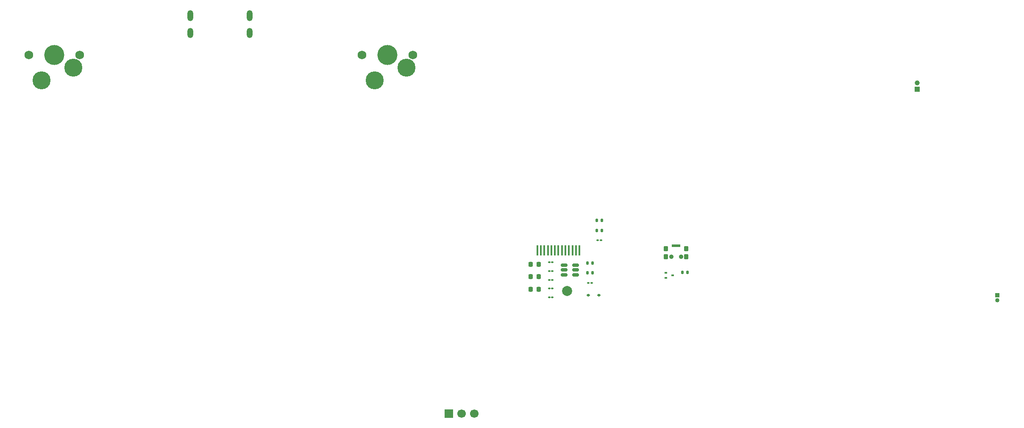
<source format=gbr>
%TF.GenerationSoftware,KiCad,Pcbnew,9.0.3*%
%TF.CreationDate,2025-07-16T09:35:22-04:00*%
%TF.ProjectId,board,626f6172-642e-46b6-9963-61645f706362,rev?*%
%TF.SameCoordinates,Original*%
%TF.FileFunction,Soldermask,Top*%
%TF.FilePolarity,Negative*%
%FSLAX46Y46*%
G04 Gerber Fmt 4.6, Leading zero omitted, Abs format (unit mm)*
G04 Created by KiCad (PCBNEW 9.0.3) date 2025-07-16 09:35:22*
%MOMM*%
%LPD*%
G01*
G04 APERTURE LIST*
G04 Aperture macros list*
%AMRoundRect*
0 Rectangle with rounded corners*
0 $1 Rounding radius*
0 $2 $3 $4 $5 $6 $7 $8 $9 X,Y pos of 4 corners*
0 Add a 4 corners polygon primitive as box body*
4,1,4,$2,$3,$4,$5,$6,$7,$8,$9,$2,$3,0*
0 Add four circle primitives for the rounded corners*
1,1,$1+$1,$2,$3*
1,1,$1+$1,$4,$5*
1,1,$1+$1,$6,$7*
1,1,$1+$1,$8,$9*
0 Add four rect primitives between the rounded corners*
20,1,$1+$1,$2,$3,$4,$5,0*
20,1,$1+$1,$4,$5,$6,$7,0*
20,1,$1+$1,$6,$7,$8,$9,0*
20,1,$1+$1,$8,$9,$2,$3,0*%
G04 Aperture macros list end*
%ADD10C,3.600000*%
%ADD11C,4.000000*%
%ADD12C,1.750000*%
%ADD13O,1.204000X2.204000*%
%ADD14O,1.204000X2.004000*%
%ADD15RoundRect,0.135000X-0.135000X-0.185000X0.135000X-0.185000X0.135000X0.185000X-0.135000X0.185000X0*%
%ADD16RoundRect,0.140000X-0.140000X-0.170000X0.140000X-0.170000X0.140000X0.170000X-0.140000X0.170000X0*%
%ADD17RoundRect,0.100000X0.155000X0.100000X-0.155000X0.100000X-0.155000X-0.100000X0.155000X-0.100000X0*%
%ADD18R,1.000000X1.000000*%
%ADD19C,1.000000*%
%ADD20RoundRect,0.100000X-0.130000X-0.100000X0.130000X-0.100000X0.130000X0.100000X-0.130000X0.100000X0*%
%ADD21RoundRect,0.218750X-0.218750X-0.256250X0.218750X-0.256250X0.218750X0.256250X-0.218750X0.256250X0*%
%ADD22RoundRect,0.225000X-0.225000X-0.250000X0.225000X-0.250000X0.225000X0.250000X-0.225000X0.250000X0*%
%ADD23C,0.900000*%
%ADD24RoundRect,0.135000X-0.315000X-0.365000X0.315000X-0.365000X0.315000X0.365000X-0.315000X0.365000X0*%
%ADD25RoundRect,0.082500X-0.767500X-0.192500X0.767500X-0.192500X0.767500X0.192500X-0.767500X0.192500X0*%
%ADD26R,0.350000X2.000000*%
%ADD27RoundRect,0.150000X-0.512500X-0.150000X0.512500X-0.150000X0.512500X0.150000X-0.512500X0.150000X0*%
%ADD28RoundRect,0.112500X-0.187500X-0.112500X0.187500X-0.112500X0.187500X0.112500X-0.187500X0.112500X0*%
%ADD29C,2.000000*%
%ADD30R,0.850000X0.850000*%
%ADD31C,0.850000*%
%ADD32R,1.700000X1.700000*%
%ADD33C,1.700000*%
G04 APERTURE END LIST*
D10*
%TO.C,SW1*%
X33510000Y-32240000D03*
X27160000Y-34780000D03*
D11*
X29700000Y-29700000D03*
D12*
X34780000Y-29700000D03*
X24620000Y-29700000D03*
%TD*%
D10*
%TO.C,SW2*%
X100110000Y-32240000D03*
X93760000Y-34780000D03*
D11*
X96300000Y-29700000D03*
D12*
X101380000Y-29700000D03*
X91220000Y-29700000D03*
%TD*%
D13*
%TO.C,J1*%
X68780750Y-21800000D03*
X56880750Y-21800000D03*
D14*
X68780750Y-25300000D03*
X56880750Y-25300000D03*
%TD*%
D15*
%TO.C,R5*%
X155180000Y-73200000D03*
X156200000Y-73200000D03*
%TD*%
D16*
%TO.C,C29*%
X138125000Y-62790000D03*
X139085000Y-62790000D03*
%TD*%
D15*
%TO.C,R20*%
X136225000Y-73290000D03*
X137245000Y-73290000D03*
%TD*%
D17*
%TO.C,Q1*%
X151920000Y-73280000D03*
X151920000Y-74280000D03*
X153210000Y-73780000D03*
%TD*%
D18*
%TO.C,J2*%
X202100000Y-36500000D03*
D19*
X202100000Y-35230000D03*
%TD*%
D20*
%TO.C,C39*%
X128585000Y-74680000D03*
X129225000Y-74680000D03*
%TD*%
D15*
%TO.C,R13*%
X136225000Y-71300000D03*
X137245000Y-71300000D03*
%TD*%
D21*
%TO.C,L2*%
X124887500Y-76580000D03*
X126462500Y-76580000D03*
%TD*%
D22*
%TO.C,C42*%
X124900000Y-74070000D03*
X126450000Y-74070000D03*
%TD*%
D20*
%TO.C,R21*%
X136415000Y-75280000D03*
X137055000Y-75280000D03*
%TD*%
D16*
%TO.C,C37*%
X138125000Y-64760000D03*
X139085000Y-64760000D03*
%TD*%
D23*
%TO.C,SW3*%
X152965000Y-70030000D03*
X154915000Y-70030000D03*
D24*
X151890000Y-68480000D03*
X155990000Y-68480000D03*
X151890000Y-70080000D03*
X155990000Y-70080000D03*
D25*
X153940000Y-67855000D03*
%TD*%
D20*
%TO.C,C38*%
X128585000Y-72930000D03*
X129225000Y-72930000D03*
%TD*%
%TO.C,R6*%
X128585000Y-76430000D03*
X129225000Y-76430000D03*
%TD*%
%TO.C,C41*%
X138285000Y-66730000D03*
X138925000Y-66730000D03*
%TD*%
D26*
%TO.C,DS2*%
X126220000Y-68805000D03*
X126920000Y-68805000D03*
X127620000Y-68805000D03*
X128320000Y-68805000D03*
X129020000Y-68805000D03*
X129720000Y-68805000D03*
X130420000Y-68805000D03*
X131120000Y-68805000D03*
X131820000Y-68805000D03*
X132520000Y-68805000D03*
X133220000Y-68805000D03*
X133920000Y-68805000D03*
X134620000Y-68805000D03*
%TD*%
D22*
%TO.C,C40*%
X124900000Y-71560000D03*
X126450000Y-71560000D03*
%TD*%
D20*
%TO.C,R12*%
X128585000Y-78180000D03*
X129225000Y-78180000D03*
%TD*%
D27*
%TO.C,U9*%
X131567500Y-71755000D03*
X131567500Y-72705000D03*
X131567500Y-73655000D03*
X133842500Y-73655000D03*
X133842500Y-72705000D03*
X133842500Y-71755000D03*
%TD*%
D28*
%TO.C,D1*%
X136400000Y-77750000D03*
X138500000Y-77750000D03*
%TD*%
D29*
%TO.C,TP6*%
X132155000Y-76950000D03*
%TD*%
D20*
%TO.C,C33*%
X128585000Y-71180000D03*
X129225000Y-71180000D03*
%TD*%
D30*
%TO.C,J3*%
X218110000Y-77750000D03*
D31*
X218110000Y-78750000D03*
%TD*%
D32*
%TO.C,J4*%
X108510000Y-101450000D03*
D33*
X111050000Y-101450000D03*
X113589999Y-101450000D03*
%TD*%
M02*

</source>
